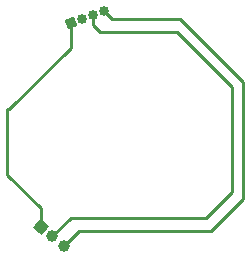
<source format=gbl>
G04 #@! TF.GenerationSoftware,KiCad,Pcbnew,7.0.1*
G04 #@! TF.CreationDate,2023-05-14T14:12:37+02:00*
G04 #@! TF.ProjectId,Schablone,53636861-626c-46f6-9e65-2e6b69636164,rev?*
G04 #@! TF.SameCoordinates,Original*
G04 #@! TF.FileFunction,Copper,L2,Bot*
G04 #@! TF.FilePolarity,Positive*
%FSLAX46Y46*%
G04 Gerber Fmt 4.6, Leading zero omitted, Abs format (unit mm)*
G04 Created by KiCad (PCBNEW 7.0.1) date 2023-05-14 14:12:37*
%MOMM*%
%LPD*%
G01*
G04 APERTURE LIST*
G04 Aperture macros list*
%AMHorizOval*
0 Thick line with rounded ends*
0 $1 width*
0 $2 $3 position (X,Y) of the first rounded end (center of the circle)*
0 $4 $5 position (X,Y) of the second rounded end (center of the circle)*
0 Add line between two ends*
20,1,$1,$2,$3,$4,$5,0*
0 Add two circle primitives to create the rounded ends*
1,1,$1,$2,$3*
1,1,$1,$4,$5*%
%AMRotRect*
0 Rectangle, with rotation*
0 The origin of the aperture is its center*
0 $1 length*
0 $2 width*
0 $3 Rotation angle, in degrees counterclockwise*
0 Add horizontal line*
21,1,$1,$2,0,0,$3*%
G04 Aperture macros list end*
G04 #@! TA.AperFunction,ComponentPad*
%ADD10RotRect,0.850000X0.850000X110.000000*%
G04 #@! TD*
G04 #@! TA.AperFunction,ComponentPad*
%ADD11HorizOval,0.850000X0.000000X0.000000X0.000000X0.000000X0*%
G04 #@! TD*
G04 #@! TA.AperFunction,ComponentPad*
%ADD12RotRect,1.000000X1.000000X50.000000*%
G04 #@! TD*
G04 #@! TA.AperFunction,ComponentPad*
%ADD13HorizOval,1.000000X0.000000X0.000000X0.000000X0.000000X0*%
G04 #@! TD*
G04 #@! TA.AperFunction,Conductor*
%ADD14C,0.250000*%
G04 #@! TD*
G04 APERTURE END LIST*
D10*
X140970461Y-80553030D03*
D11*
X141910154Y-80211010D03*
X142849846Y-79868990D03*
X143789539Y-79526970D03*
D12*
X138430000Y-97800000D03*
D13*
X139402876Y-98616340D03*
X140375753Y-99432681D03*
D14*
X135780000Y-87830000D02*
X140970461Y-82639539D01*
X135630000Y-87830000D02*
X135780000Y-87830000D01*
X140970461Y-82639539D02*
X140970461Y-80553030D01*
X138430000Y-96200000D02*
X135630000Y-93400000D01*
X135630000Y-93400000D02*
X135630000Y-87830000D01*
X138430000Y-97800000D02*
X138430000Y-96200000D01*
X142849846Y-80699846D02*
X142849846Y-79868990D01*
X143460000Y-81310000D02*
X142849846Y-80699846D01*
X149980000Y-81310000D02*
X143460000Y-81310000D01*
X154640000Y-85970000D02*
X149980000Y-81310000D01*
X154640000Y-94870000D02*
X154640000Y-85970000D01*
X152480000Y-97030000D02*
X154640000Y-94870000D01*
X140989216Y-97030000D02*
X152480000Y-97030000D01*
X139402876Y-98616340D02*
X140989216Y-97030000D01*
X144442569Y-80180000D02*
X143789539Y-79526970D01*
X150240000Y-80180000D02*
X144442569Y-80180000D01*
X155580000Y-85520000D02*
X150240000Y-80180000D01*
X155550000Y-85550000D02*
X155580000Y-85520000D01*
X155550000Y-95440000D02*
X155550000Y-85550000D01*
X152830000Y-98160000D02*
X155550000Y-95440000D01*
X141648434Y-98160000D02*
X152830000Y-98160000D01*
X140375753Y-99432681D02*
X141648434Y-98160000D01*
M02*

</source>
